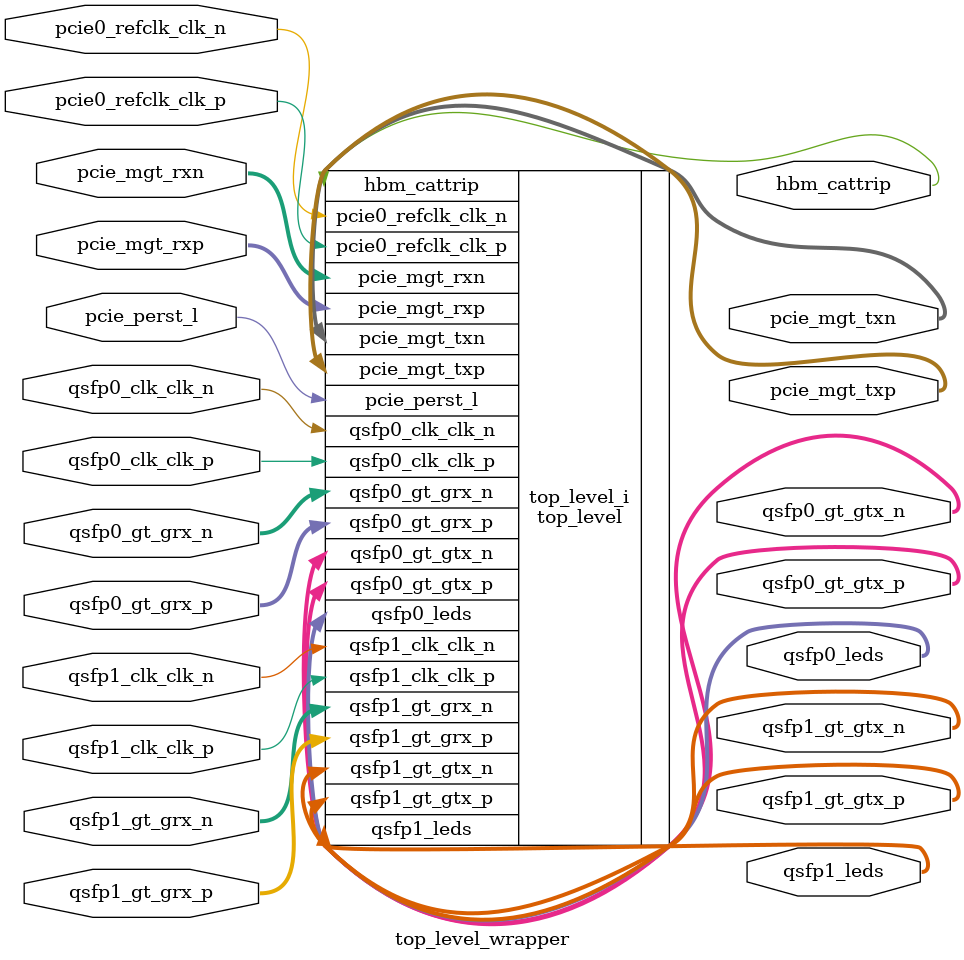
<source format=v>
`timescale 1 ps / 1 ps

module top_level_wrapper
   (hbm_cattrip,
    pcie0_refclk_clk_n,
    pcie0_refclk_clk_p,
    pcie_mgt_rxn,
    pcie_mgt_rxp,
    pcie_mgt_txn,
    pcie_mgt_txp,
    pcie_perst_l,
    qsfp0_clk_clk_n,
    qsfp0_clk_clk_p,
    qsfp0_gt_grx_n,
    qsfp0_gt_grx_p,
    qsfp0_gt_gtx_n,
    qsfp0_gt_gtx_p,
    qsfp0_leds,
    qsfp1_clk_clk_n,
    qsfp1_clk_clk_p,
    qsfp1_gt_grx_n,
    qsfp1_gt_grx_p,
    qsfp1_gt_gtx_n,
    qsfp1_gt_gtx_p,
    qsfp1_leds);
  output [0:0]hbm_cattrip;
  input [0:0]pcie0_refclk_clk_n;
  input [0:0]pcie0_refclk_clk_p;
  input [7:0]pcie_mgt_rxn;
  input [7:0]pcie_mgt_rxp;
  output [7:0]pcie_mgt_txn;
  output [7:0]pcie_mgt_txp;
  input pcie_perst_l;
  input qsfp0_clk_clk_n;
  input qsfp0_clk_clk_p;
  input [3:0]qsfp0_gt_grx_n;
  input [3:0]qsfp0_gt_grx_p;
  output [3:0]qsfp0_gt_gtx_n;
  output [3:0]qsfp0_gt_gtx_p;
  output [2:0]qsfp0_leds;
  input qsfp1_clk_clk_n;
  input qsfp1_clk_clk_p;
  input [3:0]qsfp1_gt_grx_n;
  input [3:0]qsfp1_gt_grx_p;
  output [3:0]qsfp1_gt_gtx_n;
  output [3:0]qsfp1_gt_gtx_p;
  output [2:0]qsfp1_leds;

  wire [0:0]hbm_cattrip;
  wire [0:0]pcie0_refclk_clk_n;
  wire [0:0]pcie0_refclk_clk_p;
  wire [7:0]pcie_mgt_rxn;
  wire [7:0]pcie_mgt_rxp;
  wire [7:0]pcie_mgt_txn;
  wire [7:0]pcie_mgt_txp;
  wire pcie_perst_l;
  wire qsfp0_clk_clk_n;
  wire qsfp0_clk_clk_p;
  wire [3:0]qsfp0_gt_grx_n;
  wire [3:0]qsfp0_gt_grx_p;
  wire [3:0]qsfp0_gt_gtx_n;
  wire [3:0]qsfp0_gt_gtx_p;
  wire [2:0]qsfp0_leds;
  wire qsfp1_clk_clk_n;
  wire qsfp1_clk_clk_p;
  wire [3:0]qsfp1_gt_grx_n;
  wire [3:0]qsfp1_gt_grx_p;
  wire [3:0]qsfp1_gt_gtx_n;
  wire [3:0]qsfp1_gt_gtx_p;
  wire [2:0]qsfp1_leds;

  top_level top_level_i
       (.hbm_cattrip(hbm_cattrip),
        .pcie0_refclk_clk_n(pcie0_refclk_clk_n),
        .pcie0_refclk_clk_p(pcie0_refclk_clk_p),
        .pcie_mgt_rxn(pcie_mgt_rxn),
        .pcie_mgt_rxp(pcie_mgt_rxp),
        .pcie_mgt_txn(pcie_mgt_txn),
        .pcie_mgt_txp(pcie_mgt_txp),
        .pcie_perst_l(pcie_perst_l),
        .qsfp0_clk_clk_n(qsfp0_clk_clk_n),
        .qsfp0_clk_clk_p(qsfp0_clk_clk_p),
        .qsfp0_gt_grx_n(qsfp0_gt_grx_n),
        .qsfp0_gt_grx_p(qsfp0_gt_grx_p),
        .qsfp0_gt_gtx_n(qsfp0_gt_gtx_n),
        .qsfp0_gt_gtx_p(qsfp0_gt_gtx_p),
        .qsfp0_leds(qsfp0_leds),
        .qsfp1_clk_clk_n(qsfp1_clk_clk_n),
        .qsfp1_clk_clk_p(qsfp1_clk_clk_p),
        .qsfp1_gt_grx_n(qsfp1_gt_grx_n),
        .qsfp1_gt_grx_p(qsfp1_gt_grx_p),
        .qsfp1_gt_gtx_n(qsfp1_gt_gtx_n),
        .qsfp1_gt_gtx_p(qsfp1_gt_gtx_p),
        .qsfp1_leds(qsfp1_leds));
endmodule

</source>
